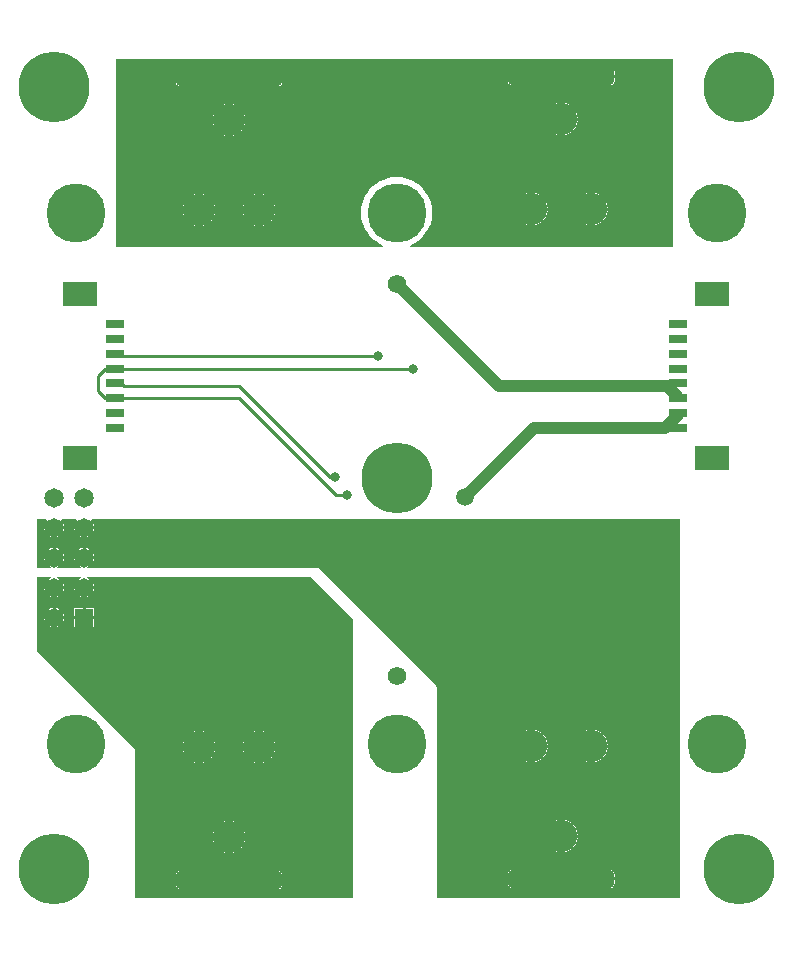
<source format=gtl>
G04*
G04 #@! TF.GenerationSoftware,Altium Limited,Altium Designer,18.1.7 (191)*
G04*
G04 Layer_Physical_Order=1*
G04 Layer_Color=255*
%FSLAX25Y25*%
%MOIN*%
G70*
G01*
G75*
%ADD10C,0.01000*%
%ADD15R,0.06299X0.03150*%
%ADD16R,0.11811X0.08268*%
%ADD27C,0.04000*%
%ADD28C,0.10827*%
G04:AMPARAMS|DCode=29|XSize=354.33mil|YSize=60mil|CornerRadius=15mil|HoleSize=0mil|Usage=FLASHONLY|Rotation=180.000|XOffset=0mil|YOffset=0mil|HoleType=Round|Shape=RoundedRectangle|*
%AMROUNDEDRECTD29*
21,1,0.35433,0.03000,0,0,180.0*
21,1,0.32433,0.06000,0,0,180.0*
1,1,0.03000,-0.16217,0.01500*
1,1,0.03000,0.16217,0.01500*
1,1,0.03000,0.16217,-0.01500*
1,1,0.03000,-0.16217,-0.01500*
%
%ADD29ROUNDEDRECTD29*%
%ADD30C,0.07087*%
%ADD31C,0.06496*%
%ADD32R,0.06496X0.06496*%
%ADD33C,0.06201*%
%ADD34C,0.19685*%
%ADD35C,0.23622*%
%ADD36C,0.05906*%
%ADD37C,0.03150*%
G36*
X217400Y281200D02*
X217400Y218705D01*
X217046Y218352D01*
X129886Y218399D01*
X129787Y218899D01*
X130793Y219316D01*
X132382Y220290D01*
X133800Y221500D01*
X135010Y222918D01*
X135984Y224507D01*
X136698Y226229D01*
X137133Y228042D01*
X137279Y229900D01*
X137133Y231758D01*
X136698Y233571D01*
X135984Y235293D01*
X135010Y236882D01*
X133800Y238300D01*
X132382Y239510D01*
X130793Y240484D01*
X129071Y241198D01*
X127258Y241633D01*
X125400Y241779D01*
X123542Y241633D01*
X121729Y241198D01*
X120007Y240484D01*
X118418Y239510D01*
X117000Y238300D01*
X115790Y236882D01*
X114816Y235293D01*
X114102Y233571D01*
X113667Y231758D01*
X113521Y229900D01*
X113667Y228042D01*
X114102Y226229D01*
X114816Y224507D01*
X115790Y222918D01*
X117000Y221500D01*
X118418Y220290D01*
X120007Y219316D01*
X121002Y218903D01*
X120903Y218404D01*
X31700Y218451D01*
X31700Y281200D01*
X217400Y281200D01*
D02*
G37*
G36*
X219900Y1300D02*
X139000Y1300D01*
X139000Y71700D01*
X99400Y111300D01*
X22303Y111300D01*
X22203Y111800D01*
X22838Y112063D01*
X23516Y112583D01*
X24037Y113262D01*
X24364Y114052D01*
X24410Y114400D01*
X21200D01*
X17990D01*
X18036Y114052D01*
X18363Y113262D01*
X18883Y112583D01*
X19562Y112063D01*
X20197Y111800D01*
X20097Y111300D01*
X12303D01*
X12203Y111800D01*
X12838Y112063D01*
X13517Y112583D01*
X14037Y113262D01*
X14364Y114052D01*
X14410Y114400D01*
X11200D01*
X7990D01*
X8036Y114052D01*
X8363Y113262D01*
X8884Y112583D01*
X9562Y112063D01*
X10197Y111800D01*
X10097Y111300D01*
X5500D01*
X5500Y127600D01*
X8624D01*
X8794Y127100D01*
X8363Y126538D01*
X8036Y125748D01*
X7990Y125400D01*
X11200D01*
X14410D01*
X14364Y125748D01*
X14037Y126538D01*
X13606Y127100D01*
X13776Y127600D01*
X18624D01*
X18794Y127100D01*
X18363Y126538D01*
X18036Y125748D01*
X17990Y125400D01*
X21200D01*
X24410D01*
X24364Y125748D01*
X24037Y126538D01*
X23606Y127100D01*
X23776Y127600D01*
X125268Y127600D01*
X125400Y127590D01*
X125532Y127600D01*
X219900D01*
X219900Y1300D01*
D02*
G37*
G36*
X111000Y94300D02*
X111000Y1300D01*
X38200Y1300D01*
X38200Y51100D01*
X5500Y83800D01*
Y108500D01*
X10097D01*
X10197Y108000D01*
X9562Y107737D01*
X8884Y107217D01*
X8363Y106538D01*
X8036Y105748D01*
X7990Y105400D01*
X11200D01*
X14410D01*
X14364Y105748D01*
X14037Y106538D01*
X13517Y107217D01*
X12838Y107737D01*
X12203Y108000D01*
X12303Y108500D01*
X20097D01*
X20197Y108000D01*
X19562Y107737D01*
X18883Y107217D01*
X18363Y106538D01*
X18036Y105748D01*
X17990Y105400D01*
X21200D01*
X24410D01*
X24364Y105748D01*
X24037Y106538D01*
X23516Y107217D01*
X22838Y107737D01*
X22204Y108000D01*
X22303Y108500D01*
X25300D01*
X96800Y108500D01*
X111000Y94300D01*
D02*
G37*
%LPC*%
G36*
X196517Y278331D02*
X180800D01*
Y275802D01*
X198046D01*
Y276802D01*
X197930Y277387D01*
X197598Y277883D01*
X197102Y278215D01*
X196517Y278331D01*
D02*
G37*
G36*
X179800D02*
X164083D01*
X163498Y278215D01*
X163002Y277883D01*
X162671Y277387D01*
X162554Y276802D01*
Y275802D01*
X179800D01*
Y278331D01*
D02*
G37*
G36*
X85817Y277991D02*
X70100D01*
Y275461D01*
X87346D01*
Y276461D01*
X87230Y277047D01*
X86898Y277543D01*
X86402Y277874D01*
X85817Y277991D01*
D02*
G37*
G36*
X69100D02*
X53383D01*
X52798Y277874D01*
X52302Y277543D01*
X51970Y277047D01*
X51854Y276461D01*
Y275461D01*
X69100D01*
Y277991D01*
D02*
G37*
G36*
X198046Y274802D02*
X180800D01*
Y272272D01*
X196517D01*
X197102Y272389D01*
X197598Y272720D01*
X197930Y273216D01*
X198046Y273802D01*
Y274802D01*
D02*
G37*
G36*
X179800D02*
X162554D01*
Y273802D01*
X162671Y273216D01*
X163002Y272720D01*
X163498Y272389D01*
X164083Y272272D01*
X179800D01*
Y274802D01*
D02*
G37*
G36*
X87346Y274461D02*
X70100D01*
Y271932D01*
X85817D01*
X86402Y272048D01*
X86898Y272380D01*
X87230Y272876D01*
X87346Y273461D01*
Y274461D01*
D02*
G37*
G36*
X69100D02*
X51854D01*
Y273461D01*
X51970Y272876D01*
X52302Y272380D01*
X52798Y272048D01*
X53383Y271932D01*
X69100D01*
Y274461D01*
D02*
G37*
G36*
X180800Y266424D02*
Y261530D01*
X185694D01*
X185574Y262443D01*
X185029Y263760D01*
X184161Y264891D01*
X183030Y265758D01*
X181713Y266304D01*
X180800Y266424D01*
D02*
G37*
G36*
X179800Y266424D02*
X178887Y266304D01*
X177570Y265758D01*
X176439Y264891D01*
X175571Y263760D01*
X175026Y262443D01*
X174906Y261530D01*
X179800D01*
Y266424D01*
D02*
G37*
G36*
X70100Y266084D02*
Y261190D01*
X74994D01*
X74874Y262103D01*
X74329Y263420D01*
X73461Y264551D01*
X72330Y265418D01*
X71013Y265964D01*
X70100Y266084D01*
D02*
G37*
G36*
X69100Y266084D02*
X68187Y265964D01*
X66870Y265418D01*
X65739Y264551D01*
X64871Y263420D01*
X64326Y262103D01*
X64206Y261190D01*
X69100D01*
Y266084D01*
D02*
G37*
G36*
X185694Y260530D02*
X180800D01*
Y255636D01*
X181713Y255756D01*
X183030Y256301D01*
X184161Y257169D01*
X185029Y258300D01*
X185574Y259617D01*
X185694Y260530D01*
D02*
G37*
G36*
X179800D02*
X174906D01*
X175026Y259617D01*
X175571Y258300D01*
X176439Y257169D01*
X177570Y256301D01*
X178887Y255756D01*
X179800Y255636D01*
Y260530D01*
D02*
G37*
G36*
X74994Y260190D02*
X70100D01*
Y255295D01*
X71013Y255416D01*
X72330Y255961D01*
X73461Y256829D01*
X74329Y257960D01*
X74874Y259277D01*
X74994Y260190D01*
D02*
G37*
G36*
X69100D02*
X64206D01*
X64326Y259277D01*
X64871Y257960D01*
X65739Y256829D01*
X66870Y255961D01*
X68187Y255416D01*
X69100Y255295D01*
Y260190D01*
D02*
G37*
G36*
X190800Y236424D02*
Y231530D01*
X195694D01*
X195574Y232443D01*
X195029Y233760D01*
X194161Y234891D01*
X193030Y235758D01*
X191713Y236304D01*
X190800Y236424D01*
D02*
G37*
G36*
X170800D02*
Y231530D01*
X175694D01*
X175574Y232443D01*
X175029Y233760D01*
X174161Y234891D01*
X173030Y235758D01*
X171713Y236304D01*
X170800Y236424D01*
D02*
G37*
G36*
X189800Y236424D02*
X188887Y236304D01*
X187570Y235758D01*
X186439Y234891D01*
X185571Y233760D01*
X185026Y232443D01*
X184906Y231530D01*
X189800D01*
Y236424D01*
D02*
G37*
G36*
X169800D02*
X168887Y236304D01*
X167570Y235758D01*
X166439Y234891D01*
X165571Y233760D01*
X165026Y232443D01*
X164906Y231530D01*
X169800D01*
Y236424D01*
D02*
G37*
G36*
X80100Y236084D02*
Y231190D01*
X84994D01*
X84874Y232103D01*
X84329Y233420D01*
X83461Y234551D01*
X82330Y235418D01*
X81013Y235964D01*
X80100Y236084D01*
D02*
G37*
G36*
X60100D02*
Y231190D01*
X64994D01*
X64874Y232103D01*
X64329Y233420D01*
X63461Y234551D01*
X62330Y235418D01*
X61013Y235964D01*
X60100Y236084D01*
D02*
G37*
G36*
X79100Y236084D02*
X78187Y235964D01*
X76870Y235418D01*
X75739Y234551D01*
X74871Y233420D01*
X74326Y232103D01*
X74206Y231190D01*
X79100D01*
Y236084D01*
D02*
G37*
G36*
X59100D02*
X58187Y235964D01*
X56870Y235418D01*
X55739Y234551D01*
X54871Y233420D01*
X54326Y232103D01*
X54206Y231190D01*
X59100D01*
Y236084D01*
D02*
G37*
G36*
X195694Y230530D02*
X190800D01*
Y225636D01*
X191713Y225756D01*
X193030Y226301D01*
X194161Y227169D01*
X195029Y228300D01*
X195574Y229617D01*
X195694Y230530D01*
D02*
G37*
G36*
X175694D02*
X170800D01*
Y225636D01*
X171713Y225756D01*
X173030Y226301D01*
X174161Y227169D01*
X175029Y228300D01*
X175574Y229617D01*
X175694Y230530D01*
D02*
G37*
G36*
X189800D02*
X184906D01*
X185026Y229617D01*
X185571Y228300D01*
X186439Y227169D01*
X187570Y226301D01*
X188887Y225756D01*
X189800Y225636D01*
Y230530D01*
D02*
G37*
G36*
X169800D02*
X164906D01*
X165026Y229617D01*
X165571Y228300D01*
X166439Y227169D01*
X167570Y226301D01*
X168887Y225756D01*
X169800Y225636D01*
Y230530D01*
D02*
G37*
G36*
X84994Y230190D02*
X80100D01*
Y225295D01*
X81013Y225416D01*
X82330Y225961D01*
X83461Y226829D01*
X84329Y227960D01*
X84874Y229277D01*
X84994Y230190D01*
D02*
G37*
G36*
X64994D02*
X60100D01*
Y225295D01*
X61013Y225416D01*
X62330Y225961D01*
X63461Y226829D01*
X64329Y227960D01*
X64874Y229277D01*
X64994Y230190D01*
D02*
G37*
G36*
X79100D02*
X74206D01*
X74326Y229277D01*
X74871Y227960D01*
X75739Y226829D01*
X76870Y225961D01*
X78187Y225416D01*
X79100Y225295D01*
Y230190D01*
D02*
G37*
G36*
X59100D02*
X54206D01*
X54326Y229277D01*
X54871Y227960D01*
X55739Y226829D01*
X56870Y225961D01*
X58187Y225416D01*
X59100Y225295D01*
Y230190D01*
D02*
G37*
G36*
X24410Y124400D02*
X21700D01*
Y121690D01*
X22048Y121736D01*
X22838Y122063D01*
X23516Y122583D01*
X24037Y123262D01*
X24364Y124052D01*
X24410Y124400D01*
D02*
G37*
G36*
X14410D02*
X11700D01*
Y121690D01*
X12048Y121736D01*
X12838Y122063D01*
X13517Y122583D01*
X14037Y123262D01*
X14364Y124052D01*
X14410Y124400D01*
D02*
G37*
G36*
X20700D02*
X17990D01*
X18036Y124052D01*
X18363Y123262D01*
X18883Y122583D01*
X19562Y122063D01*
X20352Y121736D01*
X20700Y121690D01*
Y124400D01*
D02*
G37*
G36*
X10700D02*
X7990D01*
X8036Y124052D01*
X8363Y123262D01*
X8884Y122583D01*
X9562Y122063D01*
X10352Y121736D01*
X10700Y121690D01*
Y124400D01*
D02*
G37*
G36*
X21700Y118110D02*
Y115400D01*
X24410D01*
X24364Y115748D01*
X24037Y116538D01*
X23516Y117217D01*
X22838Y117737D01*
X22048Y118064D01*
X21700Y118110D01*
D02*
G37*
G36*
X11700D02*
Y115400D01*
X14410D01*
X14364Y115748D01*
X14037Y116538D01*
X13517Y117217D01*
X12838Y117737D01*
X12048Y118064D01*
X11700Y118110D01*
D02*
G37*
G36*
X20700D02*
X20352Y118064D01*
X19562Y117737D01*
X18883Y117217D01*
X18363Y116538D01*
X18036Y115748D01*
X17990Y115400D01*
X20700D01*
Y118110D01*
D02*
G37*
G36*
X10700D02*
X10352Y118064D01*
X9562Y117737D01*
X8884Y117217D01*
X8363Y116538D01*
X8036Y115748D01*
X7990Y115400D01*
X10700D01*
Y118110D01*
D02*
G37*
G36*
X190800Y57448D02*
Y52553D01*
X195694D01*
X195574Y53467D01*
X195029Y54784D01*
X194161Y55914D01*
X193030Y56782D01*
X191713Y57328D01*
X190800Y57448D01*
D02*
G37*
G36*
X170800D02*
Y52553D01*
X175694D01*
X175574Y53467D01*
X175029Y54784D01*
X174161Y55914D01*
X173030Y56782D01*
X171713Y57328D01*
X170800Y57448D01*
D02*
G37*
G36*
X189800Y57448D02*
X188887Y57328D01*
X187570Y56782D01*
X186439Y55914D01*
X185571Y54784D01*
X185026Y53467D01*
X184906Y52553D01*
X189800D01*
Y57448D01*
D02*
G37*
G36*
X169800D02*
X168887Y57328D01*
X167570Y56782D01*
X166439Y55914D01*
X165571Y54784D01*
X165026Y53467D01*
X164906Y52553D01*
X169800D01*
Y57448D01*
D02*
G37*
G36*
X195694Y51553D02*
X190800D01*
Y46659D01*
X191713Y46780D01*
X193030Y47325D01*
X194161Y48193D01*
X195029Y49323D01*
X195574Y50640D01*
X195694Y51553D01*
D02*
G37*
G36*
X175694D02*
X170800D01*
Y46659D01*
X171713Y46780D01*
X173030Y47325D01*
X174161Y48193D01*
X175029Y49323D01*
X175574Y50640D01*
X175694Y51553D01*
D02*
G37*
G36*
X189800D02*
X184906D01*
X185026Y50640D01*
X185571Y49323D01*
X186439Y48193D01*
X187570Y47325D01*
X188887Y46780D01*
X189800Y46659D01*
Y51553D01*
D02*
G37*
G36*
X169800D02*
X164906D01*
X165026Y50640D01*
X165571Y49323D01*
X166439Y48193D01*
X167570Y47325D01*
X168887Y46780D01*
X169800Y46659D01*
Y51553D01*
D02*
G37*
G36*
X180800Y27448D02*
Y22554D01*
X185694D01*
X185574Y23467D01*
X185029Y24784D01*
X184161Y25914D01*
X183030Y26782D01*
X181713Y27328D01*
X180800Y27448D01*
D02*
G37*
G36*
X179800Y27448D02*
X178887Y27328D01*
X177570Y26782D01*
X176439Y25914D01*
X175571Y24784D01*
X175026Y23467D01*
X174906Y22554D01*
X179800D01*
Y27448D01*
D02*
G37*
G36*
X185694Y21553D02*
X180800D01*
Y16659D01*
X181713Y16780D01*
X183030Y17325D01*
X184161Y18193D01*
X185029Y19323D01*
X185574Y20640D01*
X185694Y21553D01*
D02*
G37*
G36*
X179800D02*
X174906D01*
X175026Y20640D01*
X175571Y19323D01*
X176439Y18193D01*
X177570Y17325D01*
X178887Y16780D01*
X179800Y16659D01*
Y21553D01*
D02*
G37*
G36*
X196517Y10811D02*
X180800D01*
Y8282D01*
X198046D01*
Y9282D01*
X197930Y9867D01*
X197598Y10363D01*
X197102Y10695D01*
X196517Y10811D01*
D02*
G37*
G36*
X179800D02*
X164083D01*
X163498Y10695D01*
X163002Y10363D01*
X162671Y9867D01*
X162554Y9282D01*
Y8282D01*
X179800D01*
Y10811D01*
D02*
G37*
G36*
X198046Y7282D02*
X180800D01*
Y4752D01*
X196517D01*
X197102Y4869D01*
X197598Y5201D01*
X197930Y5697D01*
X198046Y6282D01*
Y7282D01*
D02*
G37*
G36*
X179800D02*
X162554D01*
Y6282D01*
X162671Y5697D01*
X163002Y5201D01*
X163498Y4869D01*
X164083Y4752D01*
X179800D01*
Y7282D01*
D02*
G37*
G36*
X24410Y104400D02*
X21700D01*
Y101690D01*
X22048Y101736D01*
X22838Y102063D01*
X23516Y102584D01*
X24037Y103262D01*
X24364Y104052D01*
X24410Y104400D01*
D02*
G37*
G36*
X14410D02*
X11700D01*
Y101690D01*
X12048Y101736D01*
X12838Y102063D01*
X13517Y102584D01*
X14037Y103262D01*
X14364Y104052D01*
X14410Y104400D01*
D02*
G37*
G36*
X20700D02*
X17990D01*
X18036Y104052D01*
X18363Y103262D01*
X18883Y102584D01*
X19562Y102063D01*
X20352Y101736D01*
X20700Y101690D01*
Y104400D01*
D02*
G37*
G36*
X10700D02*
X7990D01*
X8036Y104052D01*
X8363Y103262D01*
X8884Y102584D01*
X9562Y102063D01*
X10352Y101736D01*
X10700Y101690D01*
Y104400D01*
D02*
G37*
G36*
X24448Y98148D02*
X21700D01*
Y95400D01*
X24448D01*
Y98148D01*
D02*
G37*
G36*
X11700Y98110D02*
Y95400D01*
X14410D01*
X14364Y95748D01*
X14037Y96538D01*
X13517Y97216D01*
X12838Y97737D01*
X12048Y98064D01*
X11700Y98110D01*
D02*
G37*
G36*
X10700D02*
X10352Y98064D01*
X9562Y97737D01*
X8884Y97216D01*
X8363Y96538D01*
X8036Y95748D01*
X7990Y95400D01*
X10700D01*
Y98110D01*
D02*
G37*
G36*
X20700Y98148D02*
X17952D01*
Y95400D01*
X20700D01*
Y98148D01*
D02*
G37*
G36*
X14410Y94400D02*
X11700D01*
Y91690D01*
X12048Y91736D01*
X12838Y92063D01*
X13517Y92584D01*
X14037Y93262D01*
X14364Y94052D01*
X14410Y94400D01*
D02*
G37*
G36*
X10700D02*
X7990D01*
X8036Y94052D01*
X8363Y93262D01*
X8884Y92584D01*
X9562Y92063D01*
X10352Y91736D01*
X10700Y91690D01*
Y94400D01*
D02*
G37*
G36*
X24448D02*
X21700D01*
Y91652D01*
X24448D01*
Y94400D01*
D02*
G37*
G36*
X20700D02*
X17952D01*
Y91652D01*
X20700D01*
Y94400D01*
D02*
G37*
G36*
X80100Y57108D02*
Y52213D01*
X84994D01*
X84874Y53127D01*
X84329Y54443D01*
X83461Y55574D01*
X82330Y56442D01*
X81013Y56987D01*
X80100Y57108D01*
D02*
G37*
G36*
X60100D02*
Y52213D01*
X64994D01*
X64874Y53127D01*
X64329Y54443D01*
X63461Y55574D01*
X62330Y56442D01*
X61013Y56987D01*
X60100Y57108D01*
D02*
G37*
G36*
X79100Y57108D02*
X78187Y56987D01*
X76870Y56442D01*
X75739Y55574D01*
X74871Y54443D01*
X74326Y53127D01*
X74206Y52213D01*
X79100D01*
Y57108D01*
D02*
G37*
G36*
X59100D02*
X58187Y56987D01*
X56870Y56442D01*
X55739Y55574D01*
X54871Y54443D01*
X54326Y53127D01*
X54206Y52213D01*
X59100D01*
Y57108D01*
D02*
G37*
G36*
X84994Y51213D02*
X80100D01*
Y46319D01*
X81013Y46439D01*
X82330Y46985D01*
X83461Y47853D01*
X84329Y48983D01*
X84874Y50300D01*
X84994Y51213D01*
D02*
G37*
G36*
X64994D02*
X60100D01*
Y46319D01*
X61013Y46439D01*
X62330Y46985D01*
X63461Y47853D01*
X64329Y48983D01*
X64874Y50300D01*
X64994Y51213D01*
D02*
G37*
G36*
X79100D02*
X74206D01*
X74326Y50300D01*
X74871Y48983D01*
X75739Y47853D01*
X76870Y46985D01*
X78187Y46439D01*
X79100Y46319D01*
Y51213D01*
D02*
G37*
G36*
X59100D02*
X54206D01*
X54326Y50300D01*
X54871Y48983D01*
X55739Y47853D01*
X56870Y46985D01*
X58187Y46439D01*
X59100Y46319D01*
Y51213D01*
D02*
G37*
G36*
X70100Y27108D02*
Y22213D01*
X74994D01*
X74874Y23127D01*
X74329Y24443D01*
X73461Y25574D01*
X72330Y26442D01*
X71013Y26987D01*
X70100Y27108D01*
D02*
G37*
G36*
X69100Y27108D02*
X68187Y26987D01*
X66870Y26442D01*
X65739Y25574D01*
X64871Y24443D01*
X64326Y23127D01*
X64206Y22213D01*
X69100D01*
Y27108D01*
D02*
G37*
G36*
X74994Y21213D02*
X70100D01*
Y16319D01*
X71013Y16439D01*
X72330Y16985D01*
X73461Y17853D01*
X74329Y18983D01*
X74874Y20300D01*
X74994Y21213D01*
D02*
G37*
G36*
X69100D02*
X64206D01*
X64326Y20300D01*
X64871Y18983D01*
X65739Y17853D01*
X66870Y16985D01*
X68187Y16439D01*
X69100Y16319D01*
Y21213D01*
D02*
G37*
G36*
X85817Y10471D02*
X70100D01*
Y7942D01*
X87346D01*
Y8942D01*
X87230Y9527D01*
X86898Y10023D01*
X86402Y10355D01*
X85817Y10471D01*
D02*
G37*
G36*
X69100D02*
X53383D01*
X52798Y10355D01*
X52302Y10023D01*
X51970Y9527D01*
X51854Y8942D01*
Y7942D01*
X69100D01*
Y10471D01*
D02*
G37*
G36*
X87346Y6942D02*
X70100D01*
Y4412D01*
X85817D01*
X86402Y4529D01*
X86898Y4860D01*
X87230Y5356D01*
X87346Y5942D01*
Y6942D01*
D02*
G37*
G36*
X69100D02*
X51854D01*
Y5942D01*
X51970Y5356D01*
X52302Y4860D01*
X52798Y4529D01*
X53383Y4412D01*
X69100D01*
Y6942D01*
D02*
G37*
%LPD*%
D10*
X28070Y168018D02*
X31409D01*
Y177861D02*
X130700D01*
X28070D02*
X31409D01*
Y168018D02*
X72719D01*
X25759Y175550D02*
X28070Y177861D01*
X25759Y170329D02*
Y175550D01*
Y170329D02*
X28070Y168018D01*
X72887Y172093D02*
X103280Y141700D01*
X34455Y172093D02*
X72887D01*
X33609Y172939D02*
X34455Y172093D01*
X103280Y141700D02*
X104800D01*
X72719Y168018D02*
X105137Y135600D01*
X108900D01*
X130700Y177861D02*
X131200D01*
X33609Y182782D02*
X34190Y182200D01*
X119100D01*
D15*
X219091Y187703D02*
D03*
Y192624D02*
D03*
Y182782D02*
D03*
Y168018D02*
D03*
Y163097D02*
D03*
Y158176D02*
D03*
Y172939D02*
D03*
Y177861D02*
D03*
X31409Y163097D02*
D03*
Y158176D02*
D03*
Y168018D02*
D03*
Y182782D02*
D03*
Y187703D02*
D03*
Y192624D02*
D03*
Y177861D02*
D03*
Y172939D02*
D03*
D16*
X230509Y202664D02*
D03*
Y148136D02*
D03*
X19991Y148136D02*
D03*
Y202664D02*
D03*
D27*
X214748Y158100D02*
X219091Y162443D01*
X171200Y158100D02*
X214748D01*
X148300Y135200D02*
X171200Y158100D01*
X215600Y172100D02*
X218987Y168713D01*
X159500Y172100D02*
X215600D01*
X125600Y206000D02*
X159500Y172100D01*
D28*
X180300Y261030D02*
D03*
X190300Y231030D02*
D03*
X170300D02*
D03*
X190300Y52053D02*
D03*
X170300D02*
D03*
X180300Y22054D02*
D03*
X69600Y260690D02*
D03*
X79600Y230690D02*
D03*
X59600D02*
D03*
X79600Y51713D02*
D03*
X59600D02*
D03*
X69600Y21713D02*
D03*
D29*
X180300Y275302D02*
D03*
Y7782D02*
D03*
X69600Y274961D02*
D03*
Y7442D02*
D03*
D30*
X125900Y273300D02*
D03*
X212300Y115800D02*
D03*
X29800Y72900D02*
D03*
D31*
X11200Y134900D02*
D03*
X21200D02*
D03*
X11200Y124900D02*
D03*
X21200D02*
D03*
X11200Y114900D02*
D03*
X21200D02*
D03*
X11200Y104900D02*
D03*
X21200D02*
D03*
X11200Y94900D02*
D03*
D32*
X21200D02*
D03*
D33*
X125600Y206000D02*
D03*
Y75291D02*
D03*
D34*
X125400Y52735D02*
D03*
Y229900D02*
D03*
X18600D02*
D03*
X232200D02*
D03*
X18600Y52700D02*
D03*
X232200D02*
D03*
D35*
X125400Y141443D02*
D03*
X239500Y11200D02*
D03*
X11300D02*
D03*
Y271600D02*
D03*
X239500D02*
D03*
D36*
X148300Y135200D02*
D03*
D37*
X108900Y135600D02*
D03*
X130700Y177861D02*
D03*
X104800Y141700D02*
D03*
X119100Y182200D02*
D03*
M02*

</source>
